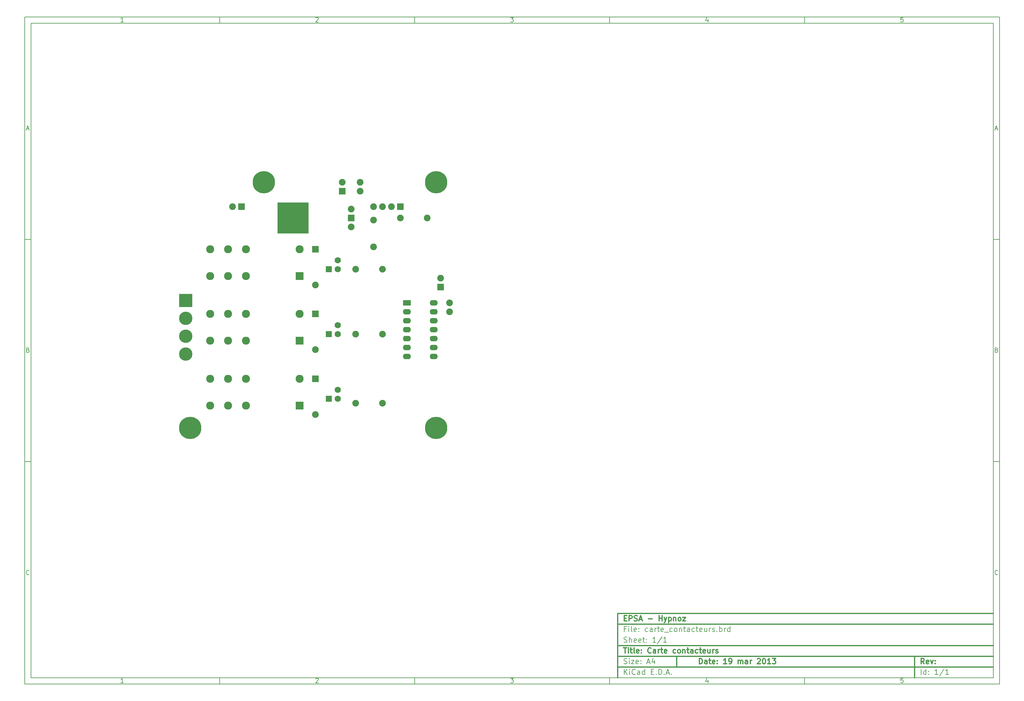
<source format=gtl>
G04 (created by PCBNEW-RS274X (2012-01-19 BZR 3256)-stable) date 19/03/2013 15:11:46*
G01*
G70*
G90*
%MOIN*%
G04 Gerber Fmt 3.4, Leading zero omitted, Abs format*
%FSLAX34Y34*%
G04 APERTURE LIST*
%ADD10C,0.006000*%
%ADD11C,0.012000*%
%ADD12R,0.070000X0.070000*%
%ADD13C,0.070000*%
%ADD14R,0.090000X0.090000*%
%ADD15C,0.090000*%
%ADD16C,0.075000*%
%ADD17R,0.350000X0.350000*%
%ADD18R,0.075000X0.075000*%
%ADD19R,0.090000X0.062000*%
%ADD20O,0.090000X0.062000*%
%ADD21C,0.150000*%
%ADD22R,0.150000X0.150000*%
%ADD23C,0.250000*%
G04 APERTURE END LIST*
G54D10*
X04000Y-04000D02*
X113000Y-04000D01*
X113000Y-78670D01*
X04000Y-78670D01*
X04000Y-04000D01*
X04700Y-04700D02*
X112300Y-04700D01*
X112300Y-77970D01*
X04700Y-77970D01*
X04700Y-04700D01*
X25800Y-04000D02*
X25800Y-04700D01*
X15043Y-04552D02*
X14757Y-04552D01*
X14900Y-04552D02*
X14900Y-04052D01*
X14852Y-04124D01*
X14805Y-04171D01*
X14757Y-04195D01*
X25800Y-78670D02*
X25800Y-77970D01*
X15043Y-78522D02*
X14757Y-78522D01*
X14900Y-78522D02*
X14900Y-78022D01*
X14852Y-78094D01*
X14805Y-78141D01*
X14757Y-78165D01*
X47600Y-04000D02*
X47600Y-04700D01*
X36557Y-04100D02*
X36581Y-04076D01*
X36629Y-04052D01*
X36748Y-04052D01*
X36795Y-04076D01*
X36819Y-04100D01*
X36843Y-04148D01*
X36843Y-04195D01*
X36819Y-04267D01*
X36533Y-04552D01*
X36843Y-04552D01*
X47600Y-78670D02*
X47600Y-77970D01*
X36557Y-78070D02*
X36581Y-78046D01*
X36629Y-78022D01*
X36748Y-78022D01*
X36795Y-78046D01*
X36819Y-78070D01*
X36843Y-78118D01*
X36843Y-78165D01*
X36819Y-78237D01*
X36533Y-78522D01*
X36843Y-78522D01*
X69400Y-04000D02*
X69400Y-04700D01*
X58333Y-04052D02*
X58643Y-04052D01*
X58476Y-04243D01*
X58548Y-04243D01*
X58595Y-04267D01*
X58619Y-04290D01*
X58643Y-04338D01*
X58643Y-04457D01*
X58619Y-04505D01*
X58595Y-04529D01*
X58548Y-04552D01*
X58405Y-04552D01*
X58357Y-04529D01*
X58333Y-04505D01*
X69400Y-78670D02*
X69400Y-77970D01*
X58333Y-78022D02*
X58643Y-78022D01*
X58476Y-78213D01*
X58548Y-78213D01*
X58595Y-78237D01*
X58619Y-78260D01*
X58643Y-78308D01*
X58643Y-78427D01*
X58619Y-78475D01*
X58595Y-78499D01*
X58548Y-78522D01*
X58405Y-78522D01*
X58357Y-78499D01*
X58333Y-78475D01*
X91200Y-04000D02*
X91200Y-04700D01*
X80395Y-04219D02*
X80395Y-04552D01*
X80276Y-04029D02*
X80157Y-04386D01*
X80467Y-04386D01*
X91200Y-78670D02*
X91200Y-77970D01*
X80395Y-78189D02*
X80395Y-78522D01*
X80276Y-77999D02*
X80157Y-78356D01*
X80467Y-78356D01*
X102219Y-04052D02*
X101981Y-04052D01*
X101957Y-04290D01*
X101981Y-04267D01*
X102029Y-04243D01*
X102148Y-04243D01*
X102195Y-04267D01*
X102219Y-04290D01*
X102243Y-04338D01*
X102243Y-04457D01*
X102219Y-04505D01*
X102195Y-04529D01*
X102148Y-04552D01*
X102029Y-04552D01*
X101981Y-04529D01*
X101957Y-04505D01*
X102219Y-78022D02*
X101981Y-78022D01*
X101957Y-78260D01*
X101981Y-78237D01*
X102029Y-78213D01*
X102148Y-78213D01*
X102195Y-78237D01*
X102219Y-78260D01*
X102243Y-78308D01*
X102243Y-78427D01*
X102219Y-78475D01*
X102195Y-78499D01*
X102148Y-78522D01*
X102029Y-78522D01*
X101981Y-78499D01*
X101957Y-78475D01*
X04000Y-28890D02*
X04700Y-28890D01*
X04231Y-16510D02*
X04469Y-16510D01*
X04184Y-16652D02*
X04350Y-16152D01*
X04517Y-16652D01*
X113000Y-28890D02*
X112300Y-28890D01*
X112531Y-16510D02*
X112769Y-16510D01*
X112484Y-16652D02*
X112650Y-16152D01*
X112817Y-16652D01*
X04000Y-53780D02*
X04700Y-53780D01*
X04386Y-41280D02*
X04457Y-41304D01*
X04481Y-41328D01*
X04505Y-41376D01*
X04505Y-41447D01*
X04481Y-41495D01*
X04457Y-41519D01*
X04410Y-41542D01*
X04219Y-41542D01*
X04219Y-41042D01*
X04386Y-41042D01*
X04433Y-41066D01*
X04457Y-41090D01*
X04481Y-41138D01*
X04481Y-41185D01*
X04457Y-41233D01*
X04433Y-41257D01*
X04386Y-41280D01*
X04219Y-41280D01*
X113000Y-53780D02*
X112300Y-53780D01*
X112686Y-41280D02*
X112757Y-41304D01*
X112781Y-41328D01*
X112805Y-41376D01*
X112805Y-41447D01*
X112781Y-41495D01*
X112757Y-41519D01*
X112710Y-41542D01*
X112519Y-41542D01*
X112519Y-41042D01*
X112686Y-41042D01*
X112733Y-41066D01*
X112757Y-41090D01*
X112781Y-41138D01*
X112781Y-41185D01*
X112757Y-41233D01*
X112733Y-41257D01*
X112686Y-41280D01*
X112519Y-41280D01*
X04505Y-66385D02*
X04481Y-66409D01*
X04410Y-66432D01*
X04362Y-66432D01*
X04290Y-66409D01*
X04243Y-66361D01*
X04219Y-66313D01*
X04195Y-66218D01*
X04195Y-66147D01*
X04219Y-66051D01*
X04243Y-66004D01*
X04290Y-65956D01*
X04362Y-65932D01*
X04410Y-65932D01*
X04481Y-65956D01*
X04505Y-65980D01*
X112805Y-66385D02*
X112781Y-66409D01*
X112710Y-66432D01*
X112662Y-66432D01*
X112590Y-66409D01*
X112543Y-66361D01*
X112519Y-66313D01*
X112495Y-66218D01*
X112495Y-66147D01*
X112519Y-66051D01*
X112543Y-66004D01*
X112590Y-65956D01*
X112662Y-65932D01*
X112710Y-65932D01*
X112781Y-65956D01*
X112805Y-65980D01*
G54D11*
X79443Y-76413D02*
X79443Y-75813D01*
X79586Y-75813D01*
X79671Y-75841D01*
X79729Y-75899D01*
X79757Y-75956D01*
X79786Y-76070D01*
X79786Y-76156D01*
X79757Y-76270D01*
X79729Y-76327D01*
X79671Y-76384D01*
X79586Y-76413D01*
X79443Y-76413D01*
X80300Y-76413D02*
X80300Y-76099D01*
X80271Y-76041D01*
X80214Y-76013D01*
X80100Y-76013D01*
X80043Y-76041D01*
X80300Y-76384D02*
X80243Y-76413D01*
X80100Y-76413D01*
X80043Y-76384D01*
X80014Y-76327D01*
X80014Y-76270D01*
X80043Y-76213D01*
X80100Y-76184D01*
X80243Y-76184D01*
X80300Y-76156D01*
X80500Y-76013D02*
X80729Y-76013D01*
X80586Y-75813D02*
X80586Y-76327D01*
X80614Y-76384D01*
X80672Y-76413D01*
X80729Y-76413D01*
X81157Y-76384D02*
X81100Y-76413D01*
X80986Y-76413D01*
X80929Y-76384D01*
X80900Y-76327D01*
X80900Y-76099D01*
X80929Y-76041D01*
X80986Y-76013D01*
X81100Y-76013D01*
X81157Y-76041D01*
X81186Y-76099D01*
X81186Y-76156D01*
X80900Y-76213D01*
X81443Y-76356D02*
X81471Y-76384D01*
X81443Y-76413D01*
X81414Y-76384D01*
X81443Y-76356D01*
X81443Y-76413D01*
X81443Y-76041D02*
X81471Y-76070D01*
X81443Y-76099D01*
X81414Y-76070D01*
X81443Y-76041D01*
X81443Y-76099D01*
X82500Y-76413D02*
X82157Y-76413D01*
X82329Y-76413D02*
X82329Y-75813D01*
X82272Y-75899D01*
X82214Y-75956D01*
X82157Y-75984D01*
X82785Y-76413D02*
X82900Y-76413D01*
X82957Y-76384D01*
X82985Y-76356D01*
X83043Y-76270D01*
X83071Y-76156D01*
X83071Y-75927D01*
X83043Y-75870D01*
X83014Y-75841D01*
X82957Y-75813D01*
X82843Y-75813D01*
X82785Y-75841D01*
X82757Y-75870D01*
X82728Y-75927D01*
X82728Y-76070D01*
X82757Y-76127D01*
X82785Y-76156D01*
X82843Y-76184D01*
X82957Y-76184D01*
X83014Y-76156D01*
X83043Y-76127D01*
X83071Y-76070D01*
X83785Y-76413D02*
X83785Y-76013D01*
X83785Y-76070D02*
X83813Y-76041D01*
X83871Y-76013D01*
X83956Y-76013D01*
X84013Y-76041D01*
X84042Y-76099D01*
X84042Y-76413D01*
X84042Y-76099D02*
X84071Y-76041D01*
X84128Y-76013D01*
X84213Y-76013D01*
X84271Y-76041D01*
X84299Y-76099D01*
X84299Y-76413D01*
X84842Y-76413D02*
X84842Y-76099D01*
X84813Y-76041D01*
X84756Y-76013D01*
X84642Y-76013D01*
X84585Y-76041D01*
X84842Y-76384D02*
X84785Y-76413D01*
X84642Y-76413D01*
X84585Y-76384D01*
X84556Y-76327D01*
X84556Y-76270D01*
X84585Y-76213D01*
X84642Y-76184D01*
X84785Y-76184D01*
X84842Y-76156D01*
X85128Y-76413D02*
X85128Y-76013D01*
X85128Y-76127D02*
X85156Y-76070D01*
X85185Y-76041D01*
X85242Y-76013D01*
X85299Y-76013D01*
X85927Y-75870D02*
X85956Y-75841D01*
X86013Y-75813D01*
X86156Y-75813D01*
X86213Y-75841D01*
X86242Y-75870D01*
X86270Y-75927D01*
X86270Y-75984D01*
X86242Y-76070D01*
X85899Y-76413D01*
X86270Y-76413D01*
X86641Y-75813D02*
X86698Y-75813D01*
X86755Y-75841D01*
X86784Y-75870D01*
X86813Y-75927D01*
X86841Y-76041D01*
X86841Y-76184D01*
X86813Y-76299D01*
X86784Y-76356D01*
X86755Y-76384D01*
X86698Y-76413D01*
X86641Y-76413D01*
X86584Y-76384D01*
X86555Y-76356D01*
X86527Y-76299D01*
X86498Y-76184D01*
X86498Y-76041D01*
X86527Y-75927D01*
X86555Y-75870D01*
X86584Y-75841D01*
X86641Y-75813D01*
X87412Y-76413D02*
X87069Y-76413D01*
X87241Y-76413D02*
X87241Y-75813D01*
X87184Y-75899D01*
X87126Y-75956D01*
X87069Y-75984D01*
X87612Y-75813D02*
X87983Y-75813D01*
X87783Y-76041D01*
X87869Y-76041D01*
X87926Y-76070D01*
X87955Y-76099D01*
X87983Y-76156D01*
X87983Y-76299D01*
X87955Y-76356D01*
X87926Y-76384D01*
X87869Y-76413D01*
X87697Y-76413D01*
X87640Y-76384D01*
X87612Y-76356D01*
G54D10*
X71043Y-77613D02*
X71043Y-77013D01*
X71386Y-77613D02*
X71129Y-77270D01*
X71386Y-77013D02*
X71043Y-77356D01*
X71643Y-77613D02*
X71643Y-77213D01*
X71643Y-77013D02*
X71614Y-77041D01*
X71643Y-77070D01*
X71671Y-77041D01*
X71643Y-77013D01*
X71643Y-77070D01*
X72272Y-77556D02*
X72243Y-77584D01*
X72157Y-77613D01*
X72100Y-77613D01*
X72015Y-77584D01*
X71957Y-77527D01*
X71929Y-77470D01*
X71900Y-77356D01*
X71900Y-77270D01*
X71929Y-77156D01*
X71957Y-77099D01*
X72015Y-77041D01*
X72100Y-77013D01*
X72157Y-77013D01*
X72243Y-77041D01*
X72272Y-77070D01*
X72786Y-77613D02*
X72786Y-77299D01*
X72757Y-77241D01*
X72700Y-77213D01*
X72586Y-77213D01*
X72529Y-77241D01*
X72786Y-77584D02*
X72729Y-77613D01*
X72586Y-77613D01*
X72529Y-77584D01*
X72500Y-77527D01*
X72500Y-77470D01*
X72529Y-77413D01*
X72586Y-77384D01*
X72729Y-77384D01*
X72786Y-77356D01*
X73329Y-77613D02*
X73329Y-77013D01*
X73329Y-77584D02*
X73272Y-77613D01*
X73158Y-77613D01*
X73100Y-77584D01*
X73072Y-77556D01*
X73043Y-77499D01*
X73043Y-77327D01*
X73072Y-77270D01*
X73100Y-77241D01*
X73158Y-77213D01*
X73272Y-77213D01*
X73329Y-77241D01*
X74072Y-77299D02*
X74272Y-77299D01*
X74358Y-77613D02*
X74072Y-77613D01*
X74072Y-77013D01*
X74358Y-77013D01*
X74615Y-77556D02*
X74643Y-77584D01*
X74615Y-77613D01*
X74586Y-77584D01*
X74615Y-77556D01*
X74615Y-77613D01*
X74901Y-77613D02*
X74901Y-77013D01*
X75044Y-77013D01*
X75129Y-77041D01*
X75187Y-77099D01*
X75215Y-77156D01*
X75244Y-77270D01*
X75244Y-77356D01*
X75215Y-77470D01*
X75187Y-77527D01*
X75129Y-77584D01*
X75044Y-77613D01*
X74901Y-77613D01*
X75501Y-77556D02*
X75529Y-77584D01*
X75501Y-77613D01*
X75472Y-77584D01*
X75501Y-77556D01*
X75501Y-77613D01*
X75758Y-77441D02*
X76044Y-77441D01*
X75701Y-77613D02*
X75901Y-77013D01*
X76101Y-77613D01*
X76301Y-77556D02*
X76329Y-77584D01*
X76301Y-77613D01*
X76272Y-77584D01*
X76301Y-77556D01*
X76301Y-77613D01*
G54D11*
X104586Y-76413D02*
X104386Y-76127D01*
X104243Y-76413D02*
X104243Y-75813D01*
X104471Y-75813D01*
X104529Y-75841D01*
X104557Y-75870D01*
X104586Y-75927D01*
X104586Y-76013D01*
X104557Y-76070D01*
X104529Y-76099D01*
X104471Y-76127D01*
X104243Y-76127D01*
X105071Y-76384D02*
X105014Y-76413D01*
X104900Y-76413D01*
X104843Y-76384D01*
X104814Y-76327D01*
X104814Y-76099D01*
X104843Y-76041D01*
X104900Y-76013D01*
X105014Y-76013D01*
X105071Y-76041D01*
X105100Y-76099D01*
X105100Y-76156D01*
X104814Y-76213D01*
X105300Y-76013D02*
X105443Y-76413D01*
X105585Y-76013D01*
X105814Y-76356D02*
X105842Y-76384D01*
X105814Y-76413D01*
X105785Y-76384D01*
X105814Y-76356D01*
X105814Y-76413D01*
X105814Y-76041D02*
X105842Y-76070D01*
X105814Y-76099D01*
X105785Y-76070D01*
X105814Y-76041D01*
X105814Y-76099D01*
G54D10*
X71014Y-76384D02*
X71100Y-76413D01*
X71243Y-76413D01*
X71300Y-76384D01*
X71329Y-76356D01*
X71357Y-76299D01*
X71357Y-76241D01*
X71329Y-76184D01*
X71300Y-76156D01*
X71243Y-76127D01*
X71129Y-76099D01*
X71071Y-76070D01*
X71043Y-76041D01*
X71014Y-75984D01*
X71014Y-75927D01*
X71043Y-75870D01*
X71071Y-75841D01*
X71129Y-75813D01*
X71271Y-75813D01*
X71357Y-75841D01*
X71614Y-76413D02*
X71614Y-76013D01*
X71614Y-75813D02*
X71585Y-75841D01*
X71614Y-75870D01*
X71642Y-75841D01*
X71614Y-75813D01*
X71614Y-75870D01*
X71843Y-76013D02*
X72157Y-76013D01*
X71843Y-76413D01*
X72157Y-76413D01*
X72614Y-76384D02*
X72557Y-76413D01*
X72443Y-76413D01*
X72386Y-76384D01*
X72357Y-76327D01*
X72357Y-76099D01*
X72386Y-76041D01*
X72443Y-76013D01*
X72557Y-76013D01*
X72614Y-76041D01*
X72643Y-76099D01*
X72643Y-76156D01*
X72357Y-76213D01*
X72900Y-76356D02*
X72928Y-76384D01*
X72900Y-76413D01*
X72871Y-76384D01*
X72900Y-76356D01*
X72900Y-76413D01*
X72900Y-76041D02*
X72928Y-76070D01*
X72900Y-76099D01*
X72871Y-76070D01*
X72900Y-76041D01*
X72900Y-76099D01*
X73614Y-76241D02*
X73900Y-76241D01*
X73557Y-76413D02*
X73757Y-75813D01*
X73957Y-76413D01*
X74414Y-76013D02*
X74414Y-76413D01*
X74271Y-75784D02*
X74128Y-76213D01*
X74500Y-76213D01*
X104243Y-77613D02*
X104243Y-77013D01*
X104786Y-77613D02*
X104786Y-77013D01*
X104786Y-77584D02*
X104729Y-77613D01*
X104615Y-77613D01*
X104557Y-77584D01*
X104529Y-77556D01*
X104500Y-77499D01*
X104500Y-77327D01*
X104529Y-77270D01*
X104557Y-77241D01*
X104615Y-77213D01*
X104729Y-77213D01*
X104786Y-77241D01*
X105072Y-77556D02*
X105100Y-77584D01*
X105072Y-77613D01*
X105043Y-77584D01*
X105072Y-77556D01*
X105072Y-77613D01*
X105072Y-77241D02*
X105100Y-77270D01*
X105072Y-77299D01*
X105043Y-77270D01*
X105072Y-77241D01*
X105072Y-77299D01*
X106129Y-77613D02*
X105786Y-77613D01*
X105958Y-77613D02*
X105958Y-77013D01*
X105901Y-77099D01*
X105843Y-77156D01*
X105786Y-77184D01*
X106814Y-76984D02*
X106300Y-77756D01*
X107329Y-77613D02*
X106986Y-77613D01*
X107158Y-77613D02*
X107158Y-77013D01*
X107101Y-77099D01*
X107043Y-77156D01*
X106986Y-77184D01*
G54D11*
X70957Y-74613D02*
X71300Y-74613D01*
X71129Y-75213D02*
X71129Y-74613D01*
X71500Y-75213D02*
X71500Y-74813D01*
X71500Y-74613D02*
X71471Y-74641D01*
X71500Y-74670D01*
X71528Y-74641D01*
X71500Y-74613D01*
X71500Y-74670D01*
X71700Y-74813D02*
X71929Y-74813D01*
X71786Y-74613D02*
X71786Y-75127D01*
X71814Y-75184D01*
X71872Y-75213D01*
X71929Y-75213D01*
X72215Y-75213D02*
X72157Y-75184D01*
X72129Y-75127D01*
X72129Y-74613D01*
X72671Y-75184D02*
X72614Y-75213D01*
X72500Y-75213D01*
X72443Y-75184D01*
X72414Y-75127D01*
X72414Y-74899D01*
X72443Y-74841D01*
X72500Y-74813D01*
X72614Y-74813D01*
X72671Y-74841D01*
X72700Y-74899D01*
X72700Y-74956D01*
X72414Y-75013D01*
X72957Y-75156D02*
X72985Y-75184D01*
X72957Y-75213D01*
X72928Y-75184D01*
X72957Y-75156D01*
X72957Y-75213D01*
X72957Y-74841D02*
X72985Y-74870D01*
X72957Y-74899D01*
X72928Y-74870D01*
X72957Y-74841D01*
X72957Y-74899D01*
X74043Y-75156D02*
X74014Y-75184D01*
X73928Y-75213D01*
X73871Y-75213D01*
X73786Y-75184D01*
X73728Y-75127D01*
X73700Y-75070D01*
X73671Y-74956D01*
X73671Y-74870D01*
X73700Y-74756D01*
X73728Y-74699D01*
X73786Y-74641D01*
X73871Y-74613D01*
X73928Y-74613D01*
X74014Y-74641D01*
X74043Y-74670D01*
X74557Y-75213D02*
X74557Y-74899D01*
X74528Y-74841D01*
X74471Y-74813D01*
X74357Y-74813D01*
X74300Y-74841D01*
X74557Y-75184D02*
X74500Y-75213D01*
X74357Y-75213D01*
X74300Y-75184D01*
X74271Y-75127D01*
X74271Y-75070D01*
X74300Y-75013D01*
X74357Y-74984D01*
X74500Y-74984D01*
X74557Y-74956D01*
X74843Y-75213D02*
X74843Y-74813D01*
X74843Y-74927D02*
X74871Y-74870D01*
X74900Y-74841D01*
X74957Y-74813D01*
X75014Y-74813D01*
X75128Y-74813D02*
X75357Y-74813D01*
X75214Y-74613D02*
X75214Y-75127D01*
X75242Y-75184D01*
X75300Y-75213D01*
X75357Y-75213D01*
X75785Y-75184D02*
X75728Y-75213D01*
X75614Y-75213D01*
X75557Y-75184D01*
X75528Y-75127D01*
X75528Y-74899D01*
X75557Y-74841D01*
X75614Y-74813D01*
X75728Y-74813D01*
X75785Y-74841D01*
X75814Y-74899D01*
X75814Y-74956D01*
X75528Y-75013D01*
X76785Y-75184D02*
X76728Y-75213D01*
X76614Y-75213D01*
X76556Y-75184D01*
X76528Y-75156D01*
X76499Y-75099D01*
X76499Y-74927D01*
X76528Y-74870D01*
X76556Y-74841D01*
X76614Y-74813D01*
X76728Y-74813D01*
X76785Y-74841D01*
X77128Y-75213D02*
X77070Y-75184D01*
X77042Y-75156D01*
X77013Y-75099D01*
X77013Y-74927D01*
X77042Y-74870D01*
X77070Y-74841D01*
X77128Y-74813D01*
X77213Y-74813D01*
X77270Y-74841D01*
X77299Y-74870D01*
X77328Y-74927D01*
X77328Y-75099D01*
X77299Y-75156D01*
X77270Y-75184D01*
X77213Y-75213D01*
X77128Y-75213D01*
X77585Y-74813D02*
X77585Y-75213D01*
X77585Y-74870D02*
X77613Y-74841D01*
X77671Y-74813D01*
X77756Y-74813D01*
X77813Y-74841D01*
X77842Y-74899D01*
X77842Y-75213D01*
X78042Y-74813D02*
X78271Y-74813D01*
X78128Y-74613D02*
X78128Y-75127D01*
X78156Y-75184D01*
X78214Y-75213D01*
X78271Y-75213D01*
X78728Y-75213D02*
X78728Y-74899D01*
X78699Y-74841D01*
X78642Y-74813D01*
X78528Y-74813D01*
X78471Y-74841D01*
X78728Y-75184D02*
X78671Y-75213D01*
X78528Y-75213D01*
X78471Y-75184D01*
X78442Y-75127D01*
X78442Y-75070D01*
X78471Y-75013D01*
X78528Y-74984D01*
X78671Y-74984D01*
X78728Y-74956D01*
X79271Y-75184D02*
X79214Y-75213D01*
X79100Y-75213D01*
X79042Y-75184D01*
X79014Y-75156D01*
X78985Y-75099D01*
X78985Y-74927D01*
X79014Y-74870D01*
X79042Y-74841D01*
X79100Y-74813D01*
X79214Y-74813D01*
X79271Y-74841D01*
X79442Y-74813D02*
X79671Y-74813D01*
X79528Y-74613D02*
X79528Y-75127D01*
X79556Y-75184D01*
X79614Y-75213D01*
X79671Y-75213D01*
X80099Y-75184D02*
X80042Y-75213D01*
X79928Y-75213D01*
X79871Y-75184D01*
X79842Y-75127D01*
X79842Y-74899D01*
X79871Y-74841D01*
X79928Y-74813D01*
X80042Y-74813D01*
X80099Y-74841D01*
X80128Y-74899D01*
X80128Y-74956D01*
X79842Y-75013D01*
X80642Y-74813D02*
X80642Y-75213D01*
X80385Y-74813D02*
X80385Y-75127D01*
X80413Y-75184D01*
X80471Y-75213D01*
X80556Y-75213D01*
X80613Y-75184D01*
X80642Y-75156D01*
X80928Y-75213D02*
X80928Y-74813D01*
X80928Y-74927D02*
X80956Y-74870D01*
X80985Y-74841D01*
X81042Y-74813D01*
X81099Y-74813D01*
X81270Y-75184D02*
X81327Y-75213D01*
X81442Y-75213D01*
X81499Y-75184D01*
X81527Y-75127D01*
X81527Y-75099D01*
X81499Y-75041D01*
X81442Y-75013D01*
X81356Y-75013D01*
X81299Y-74984D01*
X81270Y-74927D01*
X81270Y-74899D01*
X81299Y-74841D01*
X81356Y-74813D01*
X81442Y-74813D01*
X81499Y-74841D01*
G54D10*
X71243Y-72499D02*
X71043Y-72499D01*
X71043Y-72813D02*
X71043Y-72213D01*
X71329Y-72213D01*
X71557Y-72813D02*
X71557Y-72413D01*
X71557Y-72213D02*
X71528Y-72241D01*
X71557Y-72270D01*
X71585Y-72241D01*
X71557Y-72213D01*
X71557Y-72270D01*
X71929Y-72813D02*
X71871Y-72784D01*
X71843Y-72727D01*
X71843Y-72213D01*
X72385Y-72784D02*
X72328Y-72813D01*
X72214Y-72813D01*
X72157Y-72784D01*
X72128Y-72727D01*
X72128Y-72499D01*
X72157Y-72441D01*
X72214Y-72413D01*
X72328Y-72413D01*
X72385Y-72441D01*
X72414Y-72499D01*
X72414Y-72556D01*
X72128Y-72613D01*
X72671Y-72756D02*
X72699Y-72784D01*
X72671Y-72813D01*
X72642Y-72784D01*
X72671Y-72756D01*
X72671Y-72813D01*
X72671Y-72441D02*
X72699Y-72470D01*
X72671Y-72499D01*
X72642Y-72470D01*
X72671Y-72441D01*
X72671Y-72499D01*
X73671Y-72784D02*
X73614Y-72813D01*
X73500Y-72813D01*
X73442Y-72784D01*
X73414Y-72756D01*
X73385Y-72699D01*
X73385Y-72527D01*
X73414Y-72470D01*
X73442Y-72441D01*
X73500Y-72413D01*
X73614Y-72413D01*
X73671Y-72441D01*
X74185Y-72813D02*
X74185Y-72499D01*
X74156Y-72441D01*
X74099Y-72413D01*
X73985Y-72413D01*
X73928Y-72441D01*
X74185Y-72784D02*
X74128Y-72813D01*
X73985Y-72813D01*
X73928Y-72784D01*
X73899Y-72727D01*
X73899Y-72670D01*
X73928Y-72613D01*
X73985Y-72584D01*
X74128Y-72584D01*
X74185Y-72556D01*
X74471Y-72813D02*
X74471Y-72413D01*
X74471Y-72527D02*
X74499Y-72470D01*
X74528Y-72441D01*
X74585Y-72413D01*
X74642Y-72413D01*
X74756Y-72413D02*
X74985Y-72413D01*
X74842Y-72213D02*
X74842Y-72727D01*
X74870Y-72784D01*
X74928Y-72813D01*
X74985Y-72813D01*
X75413Y-72784D02*
X75356Y-72813D01*
X75242Y-72813D01*
X75185Y-72784D01*
X75156Y-72727D01*
X75156Y-72499D01*
X75185Y-72441D01*
X75242Y-72413D01*
X75356Y-72413D01*
X75413Y-72441D01*
X75442Y-72499D01*
X75442Y-72556D01*
X75156Y-72613D01*
X75556Y-72870D02*
X76013Y-72870D01*
X76413Y-72784D02*
X76356Y-72813D01*
X76242Y-72813D01*
X76184Y-72784D01*
X76156Y-72756D01*
X76127Y-72699D01*
X76127Y-72527D01*
X76156Y-72470D01*
X76184Y-72441D01*
X76242Y-72413D01*
X76356Y-72413D01*
X76413Y-72441D01*
X76756Y-72813D02*
X76698Y-72784D01*
X76670Y-72756D01*
X76641Y-72699D01*
X76641Y-72527D01*
X76670Y-72470D01*
X76698Y-72441D01*
X76756Y-72413D01*
X76841Y-72413D01*
X76898Y-72441D01*
X76927Y-72470D01*
X76956Y-72527D01*
X76956Y-72699D01*
X76927Y-72756D01*
X76898Y-72784D01*
X76841Y-72813D01*
X76756Y-72813D01*
X77213Y-72413D02*
X77213Y-72813D01*
X77213Y-72470D02*
X77241Y-72441D01*
X77299Y-72413D01*
X77384Y-72413D01*
X77441Y-72441D01*
X77470Y-72499D01*
X77470Y-72813D01*
X77670Y-72413D02*
X77899Y-72413D01*
X77756Y-72213D02*
X77756Y-72727D01*
X77784Y-72784D01*
X77842Y-72813D01*
X77899Y-72813D01*
X78356Y-72813D02*
X78356Y-72499D01*
X78327Y-72441D01*
X78270Y-72413D01*
X78156Y-72413D01*
X78099Y-72441D01*
X78356Y-72784D02*
X78299Y-72813D01*
X78156Y-72813D01*
X78099Y-72784D01*
X78070Y-72727D01*
X78070Y-72670D01*
X78099Y-72613D01*
X78156Y-72584D01*
X78299Y-72584D01*
X78356Y-72556D01*
X78899Y-72784D02*
X78842Y-72813D01*
X78728Y-72813D01*
X78670Y-72784D01*
X78642Y-72756D01*
X78613Y-72699D01*
X78613Y-72527D01*
X78642Y-72470D01*
X78670Y-72441D01*
X78728Y-72413D01*
X78842Y-72413D01*
X78899Y-72441D01*
X79070Y-72413D02*
X79299Y-72413D01*
X79156Y-72213D02*
X79156Y-72727D01*
X79184Y-72784D01*
X79242Y-72813D01*
X79299Y-72813D01*
X79727Y-72784D02*
X79670Y-72813D01*
X79556Y-72813D01*
X79499Y-72784D01*
X79470Y-72727D01*
X79470Y-72499D01*
X79499Y-72441D01*
X79556Y-72413D01*
X79670Y-72413D01*
X79727Y-72441D01*
X79756Y-72499D01*
X79756Y-72556D01*
X79470Y-72613D01*
X80270Y-72413D02*
X80270Y-72813D01*
X80013Y-72413D02*
X80013Y-72727D01*
X80041Y-72784D01*
X80099Y-72813D01*
X80184Y-72813D01*
X80241Y-72784D01*
X80270Y-72756D01*
X80556Y-72813D02*
X80556Y-72413D01*
X80556Y-72527D02*
X80584Y-72470D01*
X80613Y-72441D01*
X80670Y-72413D01*
X80727Y-72413D01*
X80898Y-72784D02*
X80955Y-72813D01*
X81070Y-72813D01*
X81127Y-72784D01*
X81155Y-72727D01*
X81155Y-72699D01*
X81127Y-72641D01*
X81070Y-72613D01*
X80984Y-72613D01*
X80927Y-72584D01*
X80898Y-72527D01*
X80898Y-72499D01*
X80927Y-72441D01*
X80984Y-72413D01*
X81070Y-72413D01*
X81127Y-72441D01*
X81413Y-72756D02*
X81441Y-72784D01*
X81413Y-72813D01*
X81384Y-72784D01*
X81413Y-72756D01*
X81413Y-72813D01*
X81699Y-72813D02*
X81699Y-72213D01*
X81699Y-72441D02*
X81756Y-72413D01*
X81870Y-72413D01*
X81927Y-72441D01*
X81956Y-72470D01*
X81985Y-72527D01*
X81985Y-72699D01*
X81956Y-72756D01*
X81927Y-72784D01*
X81870Y-72813D01*
X81756Y-72813D01*
X81699Y-72784D01*
X82242Y-72813D02*
X82242Y-72413D01*
X82242Y-72527D02*
X82270Y-72470D01*
X82299Y-72441D01*
X82356Y-72413D01*
X82413Y-72413D01*
X82870Y-72813D02*
X82870Y-72213D01*
X82870Y-72784D02*
X82813Y-72813D01*
X82699Y-72813D01*
X82641Y-72784D01*
X82613Y-72756D01*
X82584Y-72699D01*
X82584Y-72527D01*
X82613Y-72470D01*
X82641Y-72441D01*
X82699Y-72413D01*
X82813Y-72413D01*
X82870Y-72441D01*
X71014Y-73984D02*
X71100Y-74013D01*
X71243Y-74013D01*
X71300Y-73984D01*
X71329Y-73956D01*
X71357Y-73899D01*
X71357Y-73841D01*
X71329Y-73784D01*
X71300Y-73756D01*
X71243Y-73727D01*
X71129Y-73699D01*
X71071Y-73670D01*
X71043Y-73641D01*
X71014Y-73584D01*
X71014Y-73527D01*
X71043Y-73470D01*
X71071Y-73441D01*
X71129Y-73413D01*
X71271Y-73413D01*
X71357Y-73441D01*
X71614Y-74013D02*
X71614Y-73413D01*
X71871Y-74013D02*
X71871Y-73699D01*
X71842Y-73641D01*
X71785Y-73613D01*
X71700Y-73613D01*
X71642Y-73641D01*
X71614Y-73670D01*
X72385Y-73984D02*
X72328Y-74013D01*
X72214Y-74013D01*
X72157Y-73984D01*
X72128Y-73927D01*
X72128Y-73699D01*
X72157Y-73641D01*
X72214Y-73613D01*
X72328Y-73613D01*
X72385Y-73641D01*
X72414Y-73699D01*
X72414Y-73756D01*
X72128Y-73813D01*
X72899Y-73984D02*
X72842Y-74013D01*
X72728Y-74013D01*
X72671Y-73984D01*
X72642Y-73927D01*
X72642Y-73699D01*
X72671Y-73641D01*
X72728Y-73613D01*
X72842Y-73613D01*
X72899Y-73641D01*
X72928Y-73699D01*
X72928Y-73756D01*
X72642Y-73813D01*
X73099Y-73613D02*
X73328Y-73613D01*
X73185Y-73413D02*
X73185Y-73927D01*
X73213Y-73984D01*
X73271Y-74013D01*
X73328Y-74013D01*
X73528Y-73956D02*
X73556Y-73984D01*
X73528Y-74013D01*
X73499Y-73984D01*
X73528Y-73956D01*
X73528Y-74013D01*
X73528Y-73641D02*
X73556Y-73670D01*
X73528Y-73699D01*
X73499Y-73670D01*
X73528Y-73641D01*
X73528Y-73699D01*
X74585Y-74013D02*
X74242Y-74013D01*
X74414Y-74013D02*
X74414Y-73413D01*
X74357Y-73499D01*
X74299Y-73556D01*
X74242Y-73584D01*
X75270Y-73384D02*
X74756Y-74156D01*
X75785Y-74013D02*
X75442Y-74013D01*
X75614Y-74013D02*
X75614Y-73413D01*
X75557Y-73499D01*
X75499Y-73556D01*
X75442Y-73584D01*
G54D11*
X71043Y-71299D02*
X71243Y-71299D01*
X71329Y-71613D02*
X71043Y-71613D01*
X71043Y-71013D01*
X71329Y-71013D01*
X71586Y-71613D02*
X71586Y-71013D01*
X71814Y-71013D01*
X71872Y-71041D01*
X71900Y-71070D01*
X71929Y-71127D01*
X71929Y-71213D01*
X71900Y-71270D01*
X71872Y-71299D01*
X71814Y-71327D01*
X71586Y-71327D01*
X72157Y-71584D02*
X72243Y-71613D01*
X72386Y-71613D01*
X72443Y-71584D01*
X72472Y-71556D01*
X72500Y-71499D01*
X72500Y-71441D01*
X72472Y-71384D01*
X72443Y-71356D01*
X72386Y-71327D01*
X72272Y-71299D01*
X72214Y-71270D01*
X72186Y-71241D01*
X72157Y-71184D01*
X72157Y-71127D01*
X72186Y-71070D01*
X72214Y-71041D01*
X72272Y-71013D01*
X72414Y-71013D01*
X72500Y-71041D01*
X72728Y-71441D02*
X73014Y-71441D01*
X72671Y-71613D02*
X72871Y-71013D01*
X73071Y-71613D01*
X73728Y-71384D02*
X74185Y-71384D01*
X74928Y-71613D02*
X74928Y-71013D01*
X74928Y-71299D02*
X75271Y-71299D01*
X75271Y-71613D02*
X75271Y-71013D01*
X75500Y-71213D02*
X75643Y-71613D01*
X75785Y-71213D02*
X75643Y-71613D01*
X75585Y-71756D01*
X75557Y-71784D01*
X75500Y-71813D01*
X76014Y-71213D02*
X76014Y-71813D01*
X76014Y-71241D02*
X76071Y-71213D01*
X76185Y-71213D01*
X76242Y-71241D01*
X76271Y-71270D01*
X76300Y-71327D01*
X76300Y-71499D01*
X76271Y-71556D01*
X76242Y-71584D01*
X76185Y-71613D01*
X76071Y-71613D01*
X76014Y-71584D01*
X76557Y-71213D02*
X76557Y-71613D01*
X76557Y-71270D02*
X76585Y-71241D01*
X76643Y-71213D01*
X76728Y-71213D01*
X76785Y-71241D01*
X76814Y-71299D01*
X76814Y-71613D01*
X77186Y-71613D02*
X77128Y-71584D01*
X77100Y-71556D01*
X77071Y-71499D01*
X77071Y-71327D01*
X77100Y-71270D01*
X77128Y-71241D01*
X77186Y-71213D01*
X77271Y-71213D01*
X77328Y-71241D01*
X77357Y-71270D01*
X77386Y-71327D01*
X77386Y-71499D01*
X77357Y-71556D01*
X77328Y-71584D01*
X77271Y-71613D01*
X77186Y-71613D01*
X77586Y-71213D02*
X77900Y-71213D01*
X77586Y-71613D01*
X77900Y-71613D01*
X70300Y-70770D02*
X70300Y-77970D01*
X70300Y-71970D02*
X112300Y-71970D01*
X70300Y-70770D02*
X112300Y-70770D01*
X70300Y-74370D02*
X112300Y-74370D01*
X103500Y-75570D02*
X103500Y-77970D01*
X70300Y-76770D02*
X112300Y-76770D01*
X70300Y-75570D02*
X112300Y-75570D01*
X76900Y-75570D02*
X76900Y-76770D01*
G54D12*
X38000Y-39500D03*
G54D13*
X39000Y-39500D03*
X39000Y-38500D03*
G54D12*
X38000Y-32250D03*
G54D13*
X39000Y-32250D03*
X39000Y-31250D03*
G54D12*
X38000Y-46750D03*
G54D13*
X39000Y-46750D03*
X39000Y-45750D03*
G54D14*
X34750Y-47500D03*
G54D15*
X34750Y-44500D03*
X28750Y-47500D03*
X28750Y-44500D03*
X26750Y-47500D03*
X26750Y-44500D03*
X24750Y-47500D03*
X24750Y-44500D03*
G54D14*
X34750Y-33000D03*
G54D15*
X34750Y-30000D03*
X28750Y-33000D03*
X28750Y-30000D03*
X26750Y-33000D03*
X26750Y-30000D03*
X24750Y-33000D03*
X24750Y-30000D03*
G54D14*
X34750Y-40250D03*
G54D15*
X34750Y-37250D03*
X28750Y-40250D03*
X28750Y-37250D03*
X26750Y-40250D03*
X26750Y-37250D03*
X24750Y-40250D03*
X24750Y-37250D03*
G54D16*
X41000Y-39500D03*
X44000Y-39500D03*
X43000Y-26750D03*
X43000Y-29750D03*
X49000Y-26500D03*
X46000Y-26500D03*
X41000Y-47250D03*
X44000Y-47250D03*
X41000Y-32250D03*
X44000Y-32250D03*
G54D17*
X34000Y-26500D03*
G54D16*
X40500Y-27500D03*
G54D18*
X40500Y-26500D03*
G54D16*
X40500Y-25500D03*
G54D18*
X46000Y-25250D03*
G54D16*
X45000Y-25250D03*
X44000Y-25250D03*
X43000Y-25250D03*
G54D18*
X28250Y-25250D03*
G54D16*
X27250Y-25250D03*
G54D19*
X46750Y-36000D03*
G54D20*
X46750Y-37000D03*
X46750Y-38000D03*
X46750Y-39000D03*
X46750Y-40000D03*
X46750Y-41000D03*
X46750Y-42000D03*
X49750Y-42000D03*
X49750Y-41000D03*
X49750Y-40000D03*
X49750Y-39000D03*
X49750Y-38000D03*
X49750Y-37000D03*
X49750Y-36000D03*
G54D18*
X50500Y-34250D03*
G54D16*
X50500Y-33250D03*
G54D18*
X39500Y-23500D03*
G54D16*
X39500Y-22500D03*
X41500Y-23500D03*
X41500Y-22500D03*
X51500Y-36000D03*
X51500Y-37000D03*
G54D21*
X22000Y-37750D03*
X22000Y-39750D03*
G54D22*
X22000Y-35750D03*
G54D21*
X22000Y-41750D03*
G54D23*
X50000Y-22500D03*
X50000Y-50000D03*
X22500Y-50000D03*
X30750Y-22500D03*
G54D16*
X36500Y-41250D03*
G54D18*
X36500Y-37250D03*
G54D16*
X36500Y-34000D03*
G54D18*
X36500Y-30000D03*
G54D16*
X36500Y-48500D03*
G54D18*
X36500Y-44500D03*
M02*

</source>
